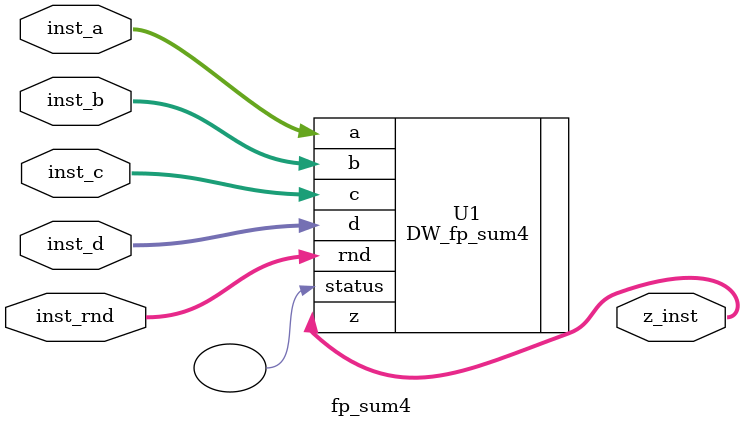
<source format=v>


module SNN(
    // Input Ports
    clk,
    rst_n,
    in_valid,
    Img,
    Kernel,
	Weight,
    Opt,

    // Output Ports
    out_valid,
    out
    );

// IEEE floating point parameter
parameter inst_sig_width = 23;
parameter inst_exp_width = 8;
parameter inst_ieee_compliance = 0;
parameter inst_arch_type = 0;
parameter inst_arch = 0;
parameter inst_faithful_round = 0;

// input and output port
input rst_n, clk, in_valid;
input [inst_sig_width+inst_exp_width:0] Img, Kernel, Weight;
input [1:0] Opt;

output reg	out_valid;
output reg [inst_sig_width+inst_exp_width:0] out;

//==============================================//
//             Parameter and Integer            //
//==============================================//
// state parameter
parameter   IDLE              = 4'd0,
            READ_WEIGHT       = 4'd1,
            CONV              = 4'd2,
            FULL_CONNECTED_1  = 4'd3,
            FULL_CONNECTED_2  = 4'd4,
            NORMALIZATION     = 4'd5,
            NORMALIZATION_END = 4'd6,
            ACTIVATION        = 4'd7,
            L1_NORM           = 4'd8,
            OUT_VALID         = 4'd9;

integer i;
//==============================================//
//                 reg declaration              //
//==============================================//
// state reg
reg [3:0] current_state, next_state;

// 7-bit counter
reg [6:0] counter;

// 3 kernel, each kernel has 3*3 32-bit data
reg [31:0] Kernel_reg[0:26];

// 1 weight, each weight has 2*2 32-bit data
reg [31:0] Weight_reg[0:3];

// 2-bit Opt
// 2’d0 : Sigmoid & {Replication}
// 2’d1 : Sigmoid & {Zero}
// 2’d2 : tanh & {Replication}
// 2’d3 : tanh & {Zero}
// Opt[1] : 0 -> Sigmoid, 1 -> tanh
// Opt[0] : 0 -> Replication, 1 -> Zero
reg [1:0] Opt_reg;

// original image
reg [31:0] ori_img[0:31];

// feature map
reg [31:0] feature_map[0:31];

// full connected
reg [31:0] full_connected_result[0:7];

// normalization
reg [31:0] normalized_result[0:7];

// activation
reg [31:0] activation_result[0:7];

//==============================================//
//             Current State Block              //
//==============================================//
always @(posedge clk or negedge rst_n) begin
    if(!rst_n) current_state <= IDLE;
    else current_state <= next_state;
end

//==============================================//
//              Next State Block                //
//==============================================//
always @(*) begin
    case (current_state)
        IDLE: begin
            if (in_valid) next_state = READ_WEIGHT;
            else next_state = IDLE;
        end
        READ_WEIGHT: begin
            if (counter == 8) next_state = CONV;
            else next_state = READ_WEIGHT;
        end
        CONV: begin
            // after (9 + 1) cycles for reading weight, start convolution
            // 1 cycle for convolution
            if (counter == (95 + 10 + 1)) next_state = FULL_CONNECTED_1;
            else next_state = CONV;
        end
        FULL_CONNECTED_1: begin
            next_state = FULL_CONNECTED_2;
        end
        FULL_CONNECTED_2: begin
            next_state = NORMALIZATION;
        end
        NORMALIZATION: begin
            if(counter == 8) next_state = NORMALIZATION_END;
            else next_state = NORMALIZATION;
        end
        NORMALIZATION_END: begin
            next_state = ACTIVATION;
        end
        ACTIVATION: begin
            if(counter == 8) next_state = L1_NORM;
            else next_state = ACTIVATION;
        end
        L1_NORM: begin
            next_state = OUT_VALID;
        end
        OUT_VALID: begin
            next_state = IDLE;
        end

        default: next_state = IDLE; // illegal state
    endcase
end

//==============================================//
//            Sequential Block                  //
//==============================================//
// counter
always @(posedge clk or negedge rst_n) begin
    if(!rst_n) counter <= 0;
    else if((current_state == IDLE && next_state != READ_WEIGHT) || current_state == FULL_CONNECTED_2
          || next_state == NORMALIZATION_END) counter <= 0;
    else counter <= counter + 1;
end

//================================================//
//                    read data                   //
//================================================//
// directly used invalid signal instead of state machine
// read data - ori_img
always @(posedge clk or negedge rst_n) begin
    if(!rst_n) begin
        for(i = 0; i < 48; i = i + 1) begin
            ori_img[i] <= 0;
        end
    end
    // counter from  0 to 31, 32 32-bit data
    else if (in_valid && counter < 32) ori_img[counter] <= Img;
    // counter from 32 to 63, 32 32-bit data
    else if (in_valid && counter < 64) ori_img[counter - 32] <= Img;
    // counter from 64 to 95, 32 32-bit data
    else if (in_valid) ori_img[counter - 64] <= Img;
end

// read data - Kernel
always @(posedge clk or negedge rst_n) begin
    if(!rst_n) begin
        for(i = 0; i < 27; i = i + 1) begin
            Kernel_reg[i] <= 0;
        end
    end
    // counter from 0 to 26, 3 kernel, each kernel has 3*3 32-bit data
    else if (in_valid && counter < 27) Kernel_reg[counter] <= Kernel;
end

// read data - Weight
always @(posedge clk or negedge rst_n) begin
    if(!rst_n) begin
        Weight_reg[0] <= 0;
        Weight_reg[1] <= 0;
        Weight_reg[2] <= 0;
        Weight_reg[3] <= 0;
    end
    // counter from 0 to 3, 1 weight, each weight has 2*2 32-bit data
    else if (in_valid && counter < 4) Weight_reg[counter] <= Weight;
end

// read data - Opt
always @(posedge clk or negedge rst_n) begin
    if(!rst_n) Opt_reg <= 0;
    // counter == 0, 2-bit Opt
    else if (in_valid && counter == 0) Opt_reg <= Opt;
end


//==============================================//
//             Define 9 multiplier              //
//==============================================//
reg [31:0] mul0_op1, mul0_op2;
wire [31:0] mul0_result;
reg [31:0] mul1_op1, mul1_op2;
wire [31:0] mul1_result;
reg [31:0] mul2_op1, mul2_op2;
wire [31:0] mul2_result;
reg [31:0] mul3_op1, mul3_op2;
wire [31:0] mul3_result;
reg [31:0] mul4_op1, mul4_op2;
wire [31:0] mul4_result;
reg [31:0] mul5_op1, mul5_op2;  
wire [31:0] mul5_result;
reg [31:0] mul6_op1, mul6_op2;
wire [31:0] mul6_result;
reg [31:0] mul7_op1, mul7_op2;
wire [31:0] mul7_result;
reg [31:0] mul8_op1, mul8_op2;
wire [31:0] mul8_result;
fp_mult mult0(.inst_a(mul0_op1), .inst_b(mul0_op2), .inst_rnd(3'b000), .z_inst(mul0_result));
fp_mult mult1(.inst_a(mul1_op1), .inst_b(mul1_op2), .inst_rnd(3'b000), .z_inst(mul1_result));
fp_mult mult2(.inst_a(mul2_op1), .inst_b(mul2_op2), .inst_rnd(3'b000), .z_inst(mul2_result));
fp_mult mult3(.inst_a(mul3_op1), .inst_b(mul3_op2), .inst_rnd(3'b000), .z_inst(mul3_result));
fp_mult mult4(.inst_a(mul4_op1), .inst_b(mul4_op2), .inst_rnd(3'b000), .z_inst(mul4_result));
fp_mult mult5(.inst_a(mul5_op1), .inst_b(mul5_op2), .inst_rnd(3'b000), .z_inst(mul5_result));
fp_mult mult6(.inst_a(mul6_op1), .inst_b(mul6_op2), .inst_rnd(3'b000), .z_inst(mul6_result));
fp_mult mult7(.inst_a(mul7_op1), .inst_b(mul7_op2), .inst_rnd(3'b000), .z_inst(mul7_result));
fp_mult mult8(.inst_a(mul8_op1), .inst_b(mul8_op2), .inst_rnd(3'b000), .z_inst(mul8_result));

//==============================================//
//              Define 5 2-input adder          //
//              Define 2 3-input adder          //
//==============================================//
// reg [31:0] add0_op1, add0_op2;
wire [31:0] add0_result;
// reg [31:0] add1_op1, add1_op2;
wire [31:0] add1_result;
// reg [31:0] add2_op1, add2_op2;
wire [31:0] add2_result;
// reg [31:0] add3_op1, add3_op2;
wire [31:0] add3_result;
// reg [31:0] add4_op1, add4_op2;
wire [31:0] add4_result;
reg [31:0] add5_op1, add5_op2, add5_op3;
wire [31:0] add5_result;
reg [31:0] add6_op1, add6_op2, add6_op3;
wire [31:0] add6_result;
// 4 2-input adder
fp_add  add0(.inst_a(mul0_result), .inst_b(mul1_result), .inst_rnd(3'b000), .z_inst(add0_result));
fp_add  add1(.inst_a(mul2_result), .inst_b(mul3_result), .inst_rnd(3'b000), .z_inst(add1_result));
fp_add  add2(.inst_a(mul4_result), .inst_b(mul5_result), .inst_rnd(3'b000), .z_inst(add2_result));
fp_add  add3(.inst_a(mul6_result), .inst_b(mul7_result), .inst_rnd(3'b000), .z_inst(add3_result));
// 6-input adder
fp_sum3 add4(.inst_a(add5_op1), .inst_b(add5_op2), .inst_c(add5_op3), .inst_rnd(3'b000), .z_inst(add5_result));
fp_sum3 add5(.inst_a(add6_op1), .inst_b(add6_op2), .inst_c(add6_op3), .inst_rnd(3'b000), .z_inst(add6_result));
fp_add  add6(.inst_a(add5_result), .inst_b(add6_result), .inst_rnd(3'b000), .z_inst(add4_result));

//================================================//
//  after reading weight, start convolution       //
//================================================//
wire [6:0] counter_conv;
wire [6:0] counter_conv_delay1;
wire [6:0] counter_conv_delay2;
assign counter_conv = counter - 9;
assign counter_conv_delay1 = counter_conv - 1;
assign counter_conv_delay2 = counter_conv - 2;
wire [4:0] offset;
assign offset = (counter_conv[4])? 16 : 0;

// pooling
wire [31:0] pooling_result[0:7];

// mul_op1
always @(posedge clk) begin
    // row 0
    if(current_state == CONV && counter_conv[3:0] == 0) begin
        mul0_op1 <= (Opt_reg[0])? 0 : ori_img[offset + 0]; mul1_op1 <= (Opt_reg[0])? 0 : ori_img[offset + 0]; mul2_op1 <= (Opt_reg[0])? 0 : ori_img[offset + 1];
        mul3_op1 <= (Opt_reg[0])? 0 : ori_img[offset + 0]; mul4_op1 <=                   ori_img[offset + 0]; mul5_op1 <=                   ori_img[offset + 1];
        mul6_op1 <= (Opt_reg[0])? 0 : ori_img[offset + 4]; mul7_op1 <=                   ori_img[offset + 4]; mul8_op1 <=                   ori_img[offset + 5];
    end else if(current_state == CONV && counter_conv[3:0] == 1) begin
        mul0_op1 <= (Opt_reg[0])? 0 : ori_img[offset + 0]; mul1_op1 <= (Opt_reg[0])? 0 : ori_img[offset + 1]; mul2_op1 <= (Opt_reg[0])? 0 : ori_img[offset + 2];
        mul3_op1 <=                   ori_img[offset + 0]; mul4_op1 <=                   ori_img[offset + 1]; mul5_op1 <=                   ori_img[offset + 2];
        mul6_op1 <=                   ori_img[offset + 4]; mul7_op1 <=                   ori_img[offset + 5]; mul8_op1 <=                   ori_img[offset + 6];
    end else if(current_state == CONV && counter_conv[3:0] == 2) begin
        mul0_op1 <= (Opt_reg[0])? 0 : ori_img[offset + 1]; mul1_op1 <= (Opt_reg[0])? 0 : ori_img[offset + 2]; mul2_op1 <= (Opt_reg[0])? 0 : ori_img[offset + 3];
        mul3_op1 <=                   ori_img[offset + 1]; mul4_op1 <=                   ori_img[offset + 2]; mul5_op1 <=                   ori_img[offset + 3];
        mul6_op1 <=                   ori_img[offset + 5]; mul7_op1 <=                   ori_img[offset + 6]; mul8_op1 <=                   ori_img[offset + 7];
    end else if(current_state == CONV && counter_conv[3:0] == 3) begin
        mul0_op1 <= (Opt_reg[0])? 0 : ori_img[offset + 2]; mul1_op1 <= (Opt_reg[0])? 0 : ori_img[offset + 3]; mul2_op1 <= (Opt_reg[0])? 0 : ori_img[offset + 3];
        mul3_op1 <=                   ori_img[offset + 2]; mul4_op1 <=                   ori_img[offset + 3]; mul5_op1 <= (Opt_reg[0])? 0 : ori_img[offset + 3];
        mul6_op1 <=                   ori_img[offset + 6]; mul7_op1 <=                   ori_img[offset + 7]; mul8_op1 <= (Opt_reg[0])? 0 : ori_img[offset + 7];
    
    // row 1
    end else if(current_state == CONV && counter_conv[3:0] == 4) begin
        mul0_op1 <= (Opt_reg[0])? 0 : ori_img[offset + 0]; mul1_op1 <=               ori_img[offset + 0]; mul2_op1 <=                   ori_img[offset + 1];
        mul3_op1 <= (Opt_reg[0])? 0 : ori_img[offset + 4]; mul4_op1 <=               ori_img[offset + 4]; mul5_op1 <=                   ori_img[offset + 5];
        mul6_op1 <= (Opt_reg[0])? 0 : ori_img[offset + 8]; mul7_op1 <=               ori_img[offset + 8]; mul8_op1 <=                   ori_img[offset + 9];
    end else if(current_state == CONV && counter_conv[3:0] == 5) begin
        mul0_op1 <=                   ori_img[offset + 0]; mul1_op1 <=               ori_img[offset + 1]; mul2_op1 <=                   ori_img[offset + 2];
        mul3_op1 <=                   ori_img[offset + 4]; mul4_op1 <=               ori_img[offset + 5]; mul5_op1 <=                   ori_img[offset + 6];
        mul6_op1 <=                   ori_img[offset + 8]; mul7_op1 <=               ori_img[offset + 9]; mul8_op1 <=                   ori_img[offset +10];
    end else if(current_state == CONV && counter_conv[3:0] == 6) begin
        mul0_op1 <=                   ori_img[offset + 1]; mul1_op1 <=               ori_img[offset + 2]; mul2_op1 <=                   ori_img[offset + 3];
        mul3_op1 <=                   ori_img[offset + 5]; mul4_op1 <=               ori_img[offset + 6]; mul5_op1 <=                   ori_img[offset + 7];
        mul6_op1 <=                   ori_img[offset + 9]; mul7_op1 <=               ori_img[offset +10]; mul8_op1 <=                   ori_img[offset +11];
    end else if(current_state == CONV && counter_conv[3:0] == 7) begin
        mul0_op1 <=                   ori_img[offset + 2]; mul1_op1 <=               ori_img[offset + 3]; mul2_op1 <= (Opt_reg[0])? 0 : ori_img[offset + 3];
        mul3_op1 <=                   ori_img[offset + 6]; mul4_op1 <=               ori_img[offset + 7]; mul5_op1 <= (Opt_reg[0])? 0 : ori_img[offset + 7];
        mul6_op1 <=                   ori_img[offset +10]; mul7_op1 <=               ori_img[offset +11]; mul8_op1 <= (Opt_reg[0])? 0 : ori_img[offset +11];
    
    // row 2
    end else if(current_state == CONV && counter_conv[3:0] == 8) begin
        mul0_op1 <= (Opt_reg[0])? 0 : ori_img[offset + 4]; mul1_op1 <=               ori_img[offset + 4]; mul2_op1 <=                   ori_img[offset + 5];
        mul3_op1 <= (Opt_reg[0])? 0 : ori_img[offset + 8]; mul4_op1 <=               ori_img[offset + 8]; mul5_op1 <=                   ori_img[offset + 9];
        mul6_op1 <= (Opt_reg[0])? 0 : ori_img[offset +12]; mul7_op1 <=               ori_img[offset +12]; mul8_op1 <=                   ori_img[offset +13];
    end else if(current_state == CONV && counter_conv[3:0] == 9) begin
        mul0_op1 <=                   ori_img[offset + 4]; mul1_op1 <=               ori_img[offset + 5]; mul2_op1 <=                   ori_img[offset + 6];
        mul3_op1 <=                   ori_img[offset + 8]; mul4_op1 <=               ori_img[offset + 9]; mul5_op1 <=                   ori_img[offset +10];
        mul6_op1 <=                   ori_img[offset +12]; mul7_op1 <=               ori_img[offset +13]; mul8_op1 <=                   ori_img[offset +14];
    end else if(current_state == CONV && counter_conv[3:0] == 10) begin
        mul0_op1 <=                   ori_img[offset + 5]; mul1_op1 <=               ori_img[offset + 6]; mul2_op1 <=                   ori_img[offset + 7];
        mul3_op1 <=                   ori_img[offset + 9]; mul4_op1 <=               ori_img[offset +10]; mul5_op1 <=                   ori_img[offset +11];
        mul6_op1 <=                   ori_img[offset +13]; mul7_op1 <=               ori_img[offset +14]; mul8_op1 <=                   ori_img[offset +15];
    end else if(current_state == CONV && counter_conv[3:0] == 11) begin
        mul0_op1 <=                   ori_img[offset + 6]; mul1_op1 <=               ori_img[offset + 7]; mul2_op1 <= (Opt_reg[0])? 0 : ori_img[offset + 7];
        mul3_op1 <=                   ori_img[offset +10]; mul4_op1 <=               ori_img[offset +11]; mul5_op1 <= (Opt_reg[0])? 0 : ori_img[offset +11];
        mul6_op1 <=                   ori_img[offset +14]; mul7_op1 <=               ori_img[offset +15]; mul8_op1 <= (Opt_reg[0])? 0 : ori_img[offset +15];

    // row 3
    end else if(current_state == CONV && counter_conv[3:0] == 12) begin
        mul0_op1 <= (Opt_reg[0])? 0 : ori_img[offset + 8]; mul1_op1 <=                   ori_img[offset + 8]; mul2_op1 <=                   ori_img[offset + 9];
        mul3_op1 <= (Opt_reg[0])? 0 : ori_img[offset +12]; mul4_op1 <=                   ori_img[offset +12]; mul5_op1 <=                   ori_img[offset +13];
        mul6_op1 <= (Opt_reg[0])? 0 : ori_img[offset +12]; mul7_op1 <= (Opt_reg[0])? 0 : ori_img[offset +12]; mul8_op1 <= (Opt_reg[0])? 0 : ori_img[offset +13];
    end else if(current_state == CONV && counter_conv[3:0] == 13) begin
        mul0_op1 <=                   ori_img[offset + 8]; mul1_op1 <=                   ori_img[offset + 9]; mul2_op1 <=                   ori_img[offset +10];
        mul3_op1 <=                   ori_img[offset +12]; mul4_op1 <=                   ori_img[offset +13]; mul5_op1 <=                   ori_img[offset +14];
        mul6_op1 <= (Opt_reg[0])? 0 : ori_img[offset +12]; mul7_op1 <= (Opt_reg[0])? 0 : ori_img[offset +13]; mul8_op1 <= (Opt_reg[0])? 0 : ori_img[offset +14];
    end else if(current_state == CONV && counter_conv[3:0] == 14) begin
        mul0_op1 <=                   ori_img[offset + 9]; mul1_op1 <=                   ori_img[offset +10]; mul2_op1 <=                   ori_img[offset +11];
        mul3_op1 <=                   ori_img[offset +13]; mul4_op1 <=                   ori_img[offset +14]; mul5_op1 <=                   ori_img[offset +15];
        mul6_op1 <= (Opt_reg[0])? 0 : ori_img[offset +13]; mul7_op1 <= (Opt_reg[0])? 0 : ori_img[offset +14]; mul8_op1 <= (Opt_reg[0])? 0 : ori_img[offset +15];
    end else if(current_state == CONV && counter_conv[3:0] == 15) begin
        mul0_op1 <=                   ori_img[offset +10]; mul1_op1 <=                   ori_img[offset +11]; mul2_op1 <= (Opt_reg[0])? 0 : ori_img[offset +11];
        mul3_op1 <=                   ori_img[offset +14]; mul4_op1 <=                   ori_img[offset +15]; mul5_op1 <= (Opt_reg[0])? 0 : ori_img[offset +15];
        mul6_op1 <= (Opt_reg[0])? 0 : ori_img[offset +14]; mul7_op1 <= (Opt_reg[0])? 0 : ori_img[offset +15]; mul8_op1 <= (Opt_reg[0])? 0 : ori_img[offset +15];
    end else if(current_state == FULL_CONNECTED_1) begin
        mul0_op1 <= pooling_result[0]; mul1_op1 <= pooling_result[1];
        mul2_op1 <= pooling_result[0]; mul3_op1 <= pooling_result[1];
        mul4_op1 <= pooling_result[2]; mul5_op1 <= pooling_result[3];
        mul6_op1 <= pooling_result[2]; mul7_op1 <= pooling_result[3];
        mul8_op1 <= 0;
    end else if(current_state == FULL_CONNECTED_2) begin
        mul0_op1 <= pooling_result[4 + 0]; mul1_op1 <= pooling_result[4 + 1];
        mul2_op1 <= pooling_result[4 + 0]; mul3_op1 <= pooling_result[4 + 1];
        mul4_op1 <= pooling_result[4 + 2]; mul5_op1 <= pooling_result[4 + 3];
        mul6_op1 <= pooling_result[4 + 2]; mul7_op1 <= pooling_result[4 + 3];
        mul8_op1 <= 0;
    end
end

// mul_op2
reg [4:0] offset_k;
always @(*) begin
    if(counter_conv[6:4] == 3'd0 || counter_conv[6:4] == 3'd3) offset_k = 0;
    else if(counter_conv[6:4] == 3'd1 || counter_conv[6:4] == 3'd4) offset_k = 9;
    else if(counter_conv[6:4] == 3'd2 || counter_conv[6:4] == 3'd5) offset_k = 18;
    else offset_k = 0;
end

always @(posedge clk) begin
    if(current_state == CONV) begin
        mul0_op2 <= Kernel_reg[offset_k + 0];
        mul1_op2 <= Kernel_reg[offset_k + 1];
        mul2_op2 <= Kernel_reg[offset_k + 2];
        mul3_op2 <= Kernel_reg[offset_k + 3];
        mul4_op2 <= Kernel_reg[offset_k + 4];
        mul5_op2 <= Kernel_reg[offset_k + 5];
        mul6_op2 <= Kernel_reg[offset_k + 6];
        mul7_op2 <= Kernel_reg[offset_k + 7];
        mul8_op2 <= Kernel_reg[offset_k + 8];
    end if(current_state == FULL_CONNECTED_1 || current_state == FULL_CONNECTED_2) begin
        mul0_op2 <= Weight_reg[0];
        mul1_op2 <= Weight_reg[2];
        mul2_op2 <= Weight_reg[1];
        mul3_op2 <= Weight_reg[3];
        mul4_op2 <= Weight_reg[0];
        mul5_op2 <= Weight_reg[2];
        mul6_op2 <= Weight_reg[1];
        mul7_op2 <= Weight_reg[3];
        mul8_op2 <= 0;
    end
end

// mul_result
always @(posedge clk) begin
    if(current_state == CONV) begin
        add5_op1 <= add0_result;
        add5_op2 <= add1_result;
        add5_op3 <= add2_result;
        add6_op1 <= add3_result;
        add6_op2 <= mul8_result; // no add
    end
end



// 1 of 6-input
reg [4:0] offset_adder_delay1;
always @(*) begin
    // first 3 image, offset_adder_delay1 =  0
    // last  3 image, offset_adder_delay1 = 16
    if(counter_conv_delay1[6:4] < 3'd3) offset_adder_delay1 = 0;
    else offset_adder_delay1 = 16;
end

always @(posedge clk) begin
    if(current_state == CONV) begin
        add6_op3 <= feature_map[counter_conv_delay1[3:0] + offset_adder_delay1];
    end
end

// add_result
reg [4:0] offset_adder_delay2;
always @(*) begin
    // first 3 image, offset_adder_delay2 =  0
    // last  3 image, offset_adder_delay2 = 16
    if(counter_conv_delay2[6:4] < 3'd3) offset_adder_delay2 = 0;
    else offset_adder_delay2 = 16;
end

always @(posedge clk or negedge rst_n) begin
    if(!rst_n) begin
        for(i = 0; i < 32; i = i + 1) begin
            feature_map[i] <= 0;
        end
    // counter_conv = 0 or 1, do nothing
    end else if(current_state == CONV && counter_conv > 1) begin
        feature_map[counter_conv_delay2[3:0] + offset_adder_delay2] <= add4_result;
    end else if(current_state == OUT_VALID) begin
        for(i = 0; i < 32; i = i + 1) begin
            feature_map[i] <= 0;
        end
    end
end

//================================================//
//       after convolution, start pooling         //
//================================================//
// When zctr is 1, z0 = Max(a,b)
wire [31:0] max_temp[0:15];

// temp max of frist feature map
fp_cmp  cmp0(.inst_a(feature_map[ 0]), .inst_b(feature_map[ 1]), .inst_zctr(1'b1), .aeqb_inst(), .altb_inst(), .agtb_inst(), .unordered_inst(), .z0_inst(max_temp[ 0]), .z1_inst());
fp_cmp  cmp1(.inst_a(feature_map[ 2]), .inst_b(feature_map[ 3]), .inst_zctr(1'b1), .aeqb_inst(), .altb_inst(), .agtb_inst(), .unordered_inst(), .z0_inst(max_temp[ 1]), .z1_inst());
fp_cmp  cmp2(.inst_a(feature_map[ 4]), .inst_b(feature_map[ 5]), .inst_zctr(1'b1), .aeqb_inst(), .altb_inst(), .agtb_inst(), .unordered_inst(), .z0_inst(max_temp[ 2]), .z1_inst());
fp_cmp  cmp3(.inst_a(feature_map[ 6]), .inst_b(feature_map[ 7]), .inst_zctr(1'b1), .aeqb_inst(), .altb_inst(), .agtb_inst(), .unordered_inst(), .z0_inst(max_temp[ 3]), .z1_inst());
fp_cmp  cmp4(.inst_a(feature_map[ 8]), .inst_b(feature_map[ 9]), .inst_zctr(1'b1), .aeqb_inst(), .altb_inst(), .agtb_inst(), .unordered_inst(), .z0_inst(max_temp[ 4]), .z1_inst());
fp_cmp  cmp5(.inst_a(feature_map[10]), .inst_b(feature_map[11]), .inst_zctr(1'b1), .aeqb_inst(), .altb_inst(), .agtb_inst(), .unordered_inst(), .z0_inst(max_temp[ 5]), .z1_inst());
fp_cmp  cmp6(.inst_a(feature_map[12]), .inst_b(feature_map[13]), .inst_zctr(1'b1), .aeqb_inst(), .altb_inst(), .agtb_inst(), .unordered_inst(), .z0_inst(max_temp[ 6]), .z1_inst());
fp_cmp  cmp7(.inst_a(feature_map[14]), .inst_b(feature_map[15]), .inst_zctr(1'b1), .aeqb_inst(), .altb_inst(), .agtb_inst(), .unordered_inst(), .z0_inst(max_temp[ 7]), .z1_inst());
// temp max of second feature map
fp_cmp  cmp8(.inst_a(feature_map[16]), .inst_b(feature_map[17]), .inst_zctr(1'b1), .aeqb_inst(), .altb_inst(), .agtb_inst(), .unordered_inst(), .z0_inst(max_temp[ 8]), .z1_inst());
fp_cmp  cmp9(.inst_a(feature_map[18]), .inst_b(feature_map[19]), .inst_zctr(1'b1), .aeqb_inst(), .altb_inst(), .agtb_inst(), .unordered_inst(), .z0_inst(max_temp[ 9]), .z1_inst());
fp_cmp cmp10(.inst_a(feature_map[20]), .inst_b(feature_map[21]), .inst_zctr(1'b1), .aeqb_inst(), .altb_inst(), .agtb_inst(), .unordered_inst(), .z0_inst(max_temp[10]), .z1_inst());
fp_cmp cmp11(.inst_a(feature_map[22]), .inst_b(feature_map[23]), .inst_zctr(1'b1), .aeqb_inst(), .altb_inst(), .agtb_inst(), .unordered_inst(), .z0_inst(max_temp[11]), .z1_inst());
fp_cmp cmp12(.inst_a(feature_map[24]), .inst_b(feature_map[25]), .inst_zctr(1'b1), .aeqb_inst(), .altb_inst(), .agtb_inst(), .unordered_inst(), .z0_inst(max_temp[12]), .z1_inst());
fp_cmp cmp13(.inst_a(feature_map[26]), .inst_b(feature_map[27]), .inst_zctr(1'b1), .aeqb_inst(), .altb_inst(), .agtb_inst(), .unordered_inst(), .z0_inst(max_temp[13]), .z1_inst());
fp_cmp cmp14(.inst_a(feature_map[28]), .inst_b(feature_map[29]), .inst_zctr(1'b1), .aeqb_inst(), .altb_inst(), .agtb_inst(), .unordered_inst(), .z0_inst(max_temp[14]), .z1_inst());
fp_cmp cmp15(.inst_a(feature_map[30]), .inst_b(feature_map[31]), .inst_zctr(1'b1), .aeqb_inst(), .altb_inst(), .agtb_inst(), .unordered_inst(), .z0_inst(max_temp[15]), .z1_inst());
// pooling result of first feature map
fp_cmp cmp16(.inst_a(max_temp[ 0]), .inst_b(max_temp[ 2]), .inst_zctr(1'b1), .aeqb_inst(), .altb_inst(), .agtb_inst(), .unordered_inst(), .z0_inst(pooling_result[0]), .z1_inst());
fp_cmp cmp17(.inst_a(max_temp[ 1]), .inst_b(max_temp[ 3]), .inst_zctr(1'b1), .aeqb_inst(), .altb_inst(), .agtb_inst(), .unordered_inst(), .z0_inst(pooling_result[1]), .z1_inst());
fp_cmp cmp18(.inst_a(max_temp[ 4]), .inst_b(max_temp[ 6]), .inst_zctr(1'b1), .aeqb_inst(), .altb_inst(), .agtb_inst(), .unordered_inst(), .z0_inst(pooling_result[2]), .z1_inst());
fp_cmp cmp19(.inst_a(max_temp[ 5]), .inst_b(max_temp[ 7]), .inst_zctr(1'b1), .aeqb_inst(), .altb_inst(), .agtb_inst(), .unordered_inst(), .z0_inst(pooling_result[3]), .z1_inst());
// pooling result of second feature map
fp_cmp cmp20(.inst_a(max_temp[ 8]), .inst_b(max_temp[10]), .inst_zctr(1'b1), .aeqb_inst(), .altb_inst(), .agtb_inst(), .unordered_inst(), .z0_inst(pooling_result[4]), .z1_inst());
fp_cmp cmp21(.inst_a(max_temp[ 9]), .inst_b(max_temp[11]), .inst_zctr(1'b1), .aeqb_inst(), .altb_inst(), .agtb_inst(), .unordered_inst(), .z0_inst(pooling_result[5]), .z1_inst());
fp_cmp cmp22(.inst_a(max_temp[12]), .inst_b(max_temp[14]), .inst_zctr(1'b1), .aeqb_inst(), .altb_inst(), .agtb_inst(), .unordered_inst(), .z0_inst(pooling_result[6]), .z1_inst());
fp_cmp cmp23(.inst_a(max_temp[13]), .inst_b(max_temp[15]), .inst_zctr(1'b1), .aeqb_inst(), .altb_inst(), .agtb_inst(), .unordered_inst(), .z0_inst(pooling_result[7]), .z1_inst());

//================================================//
//       after pooling, start full connected      //
//================================================//
always @(posedge clk or negedge rst_n) begin
    if(!rst_n) begin
        for(i = 0; i < 8; i = i + 1) begin
            full_connected_result[i] <= 0;
        end
    end
    // delay 1 cycle after FULL_CONNECTED_1
    else if(current_state == FULL_CONNECTED_2) begin
        full_connected_result[0] <= add0_result;
        full_connected_result[1] <= add1_result;
        full_connected_result[2] <= add2_result;
        full_connected_result[3] <= add3_result;
    // delay 1 cycle after FULL_CONNECTED_2
    end else if(current_state == NORMALIZATION) begin
        full_connected_result[4] <= add0_result;
        full_connected_result[5] <= add1_result;
        full_connected_result[6] <= add2_result;
        full_connected_result[7] <= add3_result;
    end
end

//================================================//
//       after full connected, start normalizing  //
//================================================//
// determine max and min
wire [31:0] max_normalize[0:3];
wire [31:0] min_normalize[0:3];
wire [31:0] max[0:1], min[0:1];
fp_cmp cmp24(.inst_a(full_connected_result[0]), .inst_b(full_connected_result[1]), .inst_zctr(1'b1), .aeqb_inst(), .altb_inst(), .agtb_inst(), .unordered_inst(), .z0_inst(max_normalize[0]), .z1_inst(min_normalize[0]));
fp_cmp cmp25(.inst_a(full_connected_result[2]), .inst_b(full_connected_result[3]), .inst_zctr(1'b1), .aeqb_inst(), .altb_inst(), .agtb_inst(), .unordered_inst(), .z0_inst(max_normalize[1]), .z1_inst(min_normalize[1]));
fp_cmp cmp26(.inst_a(full_connected_result[4]), .inst_b(full_connected_result[5]), .inst_zctr(1'b1), .aeqb_inst(), .altb_inst(), .agtb_inst(), .unordered_inst(), .z0_inst(max_normalize[2]), .z1_inst(min_normalize[2]));
fp_cmp cmp27(.inst_a(full_connected_result[6]), .inst_b(full_connected_result[7]), .inst_zctr(1'b1), .aeqb_inst(), .altb_inst(), .agtb_inst(), .unordered_inst(), .z0_inst(max_normalize[3]), .z1_inst(min_normalize[3]));

fp_cmp cmp28(.inst_a(max_normalize[0]), .inst_b(max_normalize[1]), .inst_zctr(1'b1), .aeqb_inst(), .altb_inst(), .agtb_inst(), .unordered_inst(), .z0_inst(max[0]), .z1_inst());
fp_cmp cmp29(.inst_a(max_normalize[2]), .inst_b(max_normalize[3]), .inst_zctr(1'b1), .aeqb_inst(), .altb_inst(), .agtb_inst(), .unordered_inst(), .z0_inst(max[1]), .z1_inst());
fp_cmp cmp30(.inst_a(min_normalize[0]), .inst_b(min_normalize[1]), .inst_zctr(1'b1), .aeqb_inst(), .altb_inst(), .agtb_inst(), .unordered_inst(), .z0_inst(), .z1_inst(min[0]));
fp_cmp cmp31(.inst_a(min_normalize[2]), .inst_b(min_normalize[3]), .inst_zctr(1'b1), .aeqb_inst(), .altb_inst(), .agtb_inst(), .unordered_inst(), .z0_inst(), .z1_inst(min[1]));


//==============================================//
//              Define 1 divider                //
//==============================================// 
reg  [31:0] div_op1, div_op2;
wire [31:0] div_result;
fp_div div0(.inst_a(div_op1), .inst_b(div_op2), .inst_rnd(3'b000), .z_inst(div_result));

//==============================================//
//              Define 2 subtractor             //
//==============================================//
reg [31:0] sub4_op1, sub4_op2;
wire [31:0] sub4_result;
reg [31:0] sub5_op1, sub5_op2;
wire [31:0] sub5_result;
fp_sub sub4(.inst_a(sub4_op1), .inst_b(sub4_op2), .inst_rnd(3'b000), .z_inst(sub4_result));
fp_sub sub5(.inst_a(sub5_op1), .inst_b(sub5_op2), .inst_rnd(3'b000), .z_inst(sub5_result));


// after normalization, start activation
// reg [31:0] exp_result_reg;
wire [31:0] exp_input, exp_result;

// sub_op1 = max and sub_op2 = min
always @(*) begin
    if(!rst_n) begin
        sub4_op1 = 0;
        sub4_op2 = 0;
    // first 4 clock cycles
    end else if(current_state == NORMALIZATION && counter < 4) begin
        sub4_op1 = max[0];
        sub4_op2 = min[0];
    // last 4 clock cycles
    end else if(current_state == NORMALIZATION) begin
        sub4_op1 = max[1];
        sub4_op2 = min[1];
    end else if(next_state == ACTIVATION || current_state == ACTIVATION) begin
        sub4_op1 = exp_result;
        // -1 in IEEE 754
        sub4_op2 = 32'b10111111100000000000000000000000;
    end else begin
        sub4_op1 = 0;
        sub4_op2 = 0;
    end
end

// div_op1 = full_connected_result
always @(*) begin
    if(!rst_n) begin
        sub5_op1 = 0;
        sub5_op2 = 0;
    end else if(current_state == NORMALIZATION) begin
        sub5_op1 = full_connected_result[counter];
        sub5_op2 = sub4_op2;
    end else if(next_state == ACTIVATION || current_state == ACTIVATION) begin
        sub5_op1 = exp_result;
        // 1 in IEEE 754
        sub5_op2 = 32'b00111111100000000000000000000000;
    end else begin
        sub5_op1 = 0;
        sub5_op2 = 0;
    end
end

// normalization by dividing (max - min)
// div_op1 = full_connected_result
always @(posedge clk or negedge rst_n) begin
    if(!rst_n) begin
        div_op1 <= 0;
    end else if(current_state == NORMALIZATION) begin
        div_op1 <= sub5_result;
    end else if(next_state == ACTIVATION || current_state == ACTIVATION) begin
        // 1 in IEEE 754
        div_op1 <= (Opt_reg[1])? sub5_result : 32'b00111111100000000000000000000000;
    end
end

always @(posedge clk) begin
    if(!rst_n) div_op2 <= 0;
    else if((next_state == NORMALIZATION || current_state == NORMALIZATION)) begin
        div_op2 <= sub4_result;
    end else if (next_state == ACTIVATION || current_state == ACTIVATION) begin
        div_op2 <= sub4_result;
    end
end

// div_result = normalized_result
always @(posedge clk or negedge rst_n) begin
    if(!rst_n) begin
        for(i = 0; i < 8; i = i + 1) begin
            normalized_result[i] <= 0;
        end
    end else if(current_state == NORMALIZATION) begin
        normalized_result[counter - 1] <= div_result;
    end else if(current_state == ACTIVATION) begin
        activation_result[counter - 1] <= div_result;
    end
end

//================================================//
//       after normalizing, start activation      //
//================================================//

//==============================================//
//              Define 1 exp                    //
//==============================================// 
fp_exp exp0(.inst_a(exp_input), .z_inst(exp_result));

wire [31:0] z_value;
// Opt[1] = 1 : tanh activation
// Opt[1] = 0 : sigmoid activation
assign z_value = normalized_result[counter];
assign exp_input = (Opt_reg[1])?  {z_value[31], (z_value[30:23] + 1'b1), z_value[22:0]} : {~z_value[31], z_value[30:0]}; // 2 * z or -z

//================================================//
//       after activation, start L1 distance      //
//================================================//
// L1_distance = sum of |activation_result of image 0 - activation_result of image 1|
wire [31:0] L1_distance0, L1_distance1, L1_distance2, L1_distance3, L1_distance4, L1_distance;
reg [31:0] sub0_op1, sub0_op2, sub1_op1, sub1_op2, sub2_op1, sub2_op2, sub3_op1, sub3_op2;

fp_sub sub0(.inst_a(sub0_op1), .inst_b(sub0_op2), .inst_rnd(3'b000), .z_inst(L1_distance0));
fp_sub sub1(.inst_a(sub1_op1), .inst_b(sub1_op2), .inst_rnd(3'b000), .z_inst(L1_distance1));
fp_sub sub2(.inst_a(sub2_op1), .inst_b(sub2_op2), .inst_rnd(3'b000), .z_inst(L1_distance2));
fp_sub sub3(.inst_a(sub3_op1), .inst_b(sub3_op2), .inst_rnd(3'b000), .z_inst(L1_distance3));
fp_sum4 sum0(.inst_a({1'b0, L1_distance0[30:0]}), .inst_b({1'b0, L1_distance1[30:0]}), .inst_c({1'b0, L1_distance2[30:0]}), .inst_d({1'b0, L1_distance3[30:0]}), .inst_rnd(3'b000), .z_inst(L1_distance));

always @(posedge clk or negedge rst_n) begin
    if(!rst_n) begin
        sub0_op1 <= 0;
        sub0_op2 <= 0;
        sub1_op1 <= 0;
        sub1_op2 <= 0;
        sub2_op1 <= 0;
        sub2_op2 <= 0;
        sub3_op1 <= 0;
        sub3_op2 <= 0;
    end else if(current_state == L1_NORM) begin
        sub0_op1 <= activation_result[0];
        sub0_op2 <= activation_result[4];
        sub1_op1 <= activation_result[1];
        sub1_op2 <= activation_result[5];
        sub2_op1 <= activation_result[2];
        sub2_op2 <= activation_result[6];
        sub3_op1 <= activation_result[3];
        sub3_op2 <= activation_result[7];
    end
end

//================================================//
//              Output L1 distance                //
//================================================//
always @(posedge clk or negedge rst_n) begin
    if(!rst_n) begin
        out_valid <= 0;
        out <= 0;
    end else if(current_state == OUT_VALID) begin
        out_valid <= 1;
        out <= L1_distance;
    end else begin
        out_valid <= 0;
        out <= 0;
    end
end

endmodule

//==============================================//
//                 DesignWare IP                //
//==============================================//
// multiplication of floating point
module fp_mult( inst_a, inst_b, inst_rnd, z_inst);

parameter sig_width = 23;
parameter exp_width = 8;
parameter ieee_compliance = 1;
parameter en_ubr_flag = 0;

input [sig_width+exp_width : 0] inst_a;
input [sig_width+exp_width : 0] inst_b;
input [2 : 0] inst_rnd;
output [sig_width+exp_width : 0] z_inst;
// output [7 : 0] status_inst;

    // Instance of DW_fp_mult
    DW_fp_mult #(sig_width, exp_width, ieee_compliance, en_ubr_flag)
	  U1 ( .a(inst_a), .b(inst_b), .rnd(inst_rnd), .z(z_inst), .status() );

endmodule




// 2-input adder of floating point
module fp_add(inst_a, inst_b, inst_rnd, z_inst);

parameter sig_width = 23;
parameter exp_width = 8;
parameter ieee_compliance = 0;


input [sig_width+exp_width : 0] inst_a;
input [sig_width+exp_width : 0] inst_b;
input [2 : 0] inst_rnd;
output [sig_width+exp_width : 0] z_inst;
// output [7 : 0] status_inst;

    // Instance of DW_fp_add
    DW_fp_add #(sig_width, exp_width, ieee_compliance)
	  U1 ( .a(inst_a), .b(inst_b), .rnd(inst_rnd), .z(z_inst), .status() );

endmodule


// 3-input adder of floating point
module fp_sum3( inst_a, inst_b, inst_c, inst_rnd, z_inst);

parameter inst_sig_width = 23;
parameter inst_exp_width = 8;
parameter inst_ieee_compliance = 0;
parameter inst_arch_type = 0;


input [inst_sig_width+inst_exp_width : 0] inst_a;
input [inst_sig_width+inst_exp_width : 0] inst_b;
input [inst_sig_width+inst_exp_width : 0] inst_c;
input [2 : 0] inst_rnd;
output [inst_sig_width+inst_exp_width : 0] z_inst;
// output [7 : 0] status_inst;

    // Instance of DW_fp_sum3
    DW_fp_sum3 #(inst_sig_width, inst_exp_width, inst_ieee_compliance, inst_arch_type) U1 (
			.a(inst_a),
			.b(inst_b),
			.c(inst_c),
			.rnd(inst_rnd),
			.z(z_inst),
			.status());

endmodule


// comparation of floating point
module fp_cmp( inst_a, inst_b, inst_zctr, aeqb_inst, altb_inst, 
		agtb_inst, unordered_inst, z0_inst, z1_inst);

parameter sig_width = 23;
parameter exp_width = 8;
parameter ieee_compliance = 0;


input [sig_width+exp_width : 0] inst_a;
input [sig_width+exp_width : 0] inst_b;
input inst_zctr;
output aeqb_inst;
output altb_inst;
output agtb_inst;
output unordered_inst;
output [sig_width+exp_width : 0] z0_inst;
output [sig_width+exp_width : 0] z1_inst;
// output [7 : 0] status0_inst;
// output [7 : 0] status1_inst;

    // Instance of DW_fp_cmp
    DW_fp_cmp #(sig_width, exp_width, ieee_compliance)
	  U1 ( .a(inst_a), .b(inst_b), .zctr(inst_zctr), .aeqb(aeqb_inst), 
		.altb(altb_inst), .agtb(agtb_inst), .unordered(unordered_inst), 
		.z0(z0_inst), .z1(z1_inst), .status0(), 
		.status1() );

endmodule

// division of floating point
module fp_div( inst_a, inst_b, inst_rnd, z_inst);

parameter sig_width = 23;
parameter exp_width = 8;
parameter ieee_compliance = 0;
parameter faithful_round = 0;
parameter en_ubr_flag = 0;


input [sig_width+exp_width : 0] inst_a;
input [sig_width+exp_width : 0] inst_b;
input [2 : 0] inst_rnd;
output [sig_width+exp_width : 0] z_inst;
// output [7 : 0] status_inst;

  // Instance of DW_fp_div
DW_fp_div #(sig_width, exp_width, ieee_compliance, faithful_round, en_ubr_flag) U1 
( .a(inst_a), .b(inst_b), .rnd(inst_rnd), .z(z_inst), .status());

endmodule


// exponent of floating point
module fp_exp( inst_a, z_inst);

// parameter inst_sig_width = 10;
parameter inst_sig_width = 23;
// parameter inst_exp_width = 5;
parameter inst_exp_width = 8;
parameter inst_ieee_compliance = 0;
parameter inst_arch = 2;


input [inst_sig_width+inst_exp_width : 0] inst_a;
output [inst_sig_width+inst_exp_width : 0] z_inst;
// output [7 : 0] status_inst;

    // Instance of DW_fp_exp
    DW_fp_exp #(inst_sig_width, inst_exp_width, inst_ieee_compliance, inst_arch) U1 (
			.a(inst_a),
			.z(z_inst),
			.status() );

endmodule

// subtraction of floating point
module fp_sub(inst_a, inst_b, inst_rnd, z_inst);

parameter sig_width = 23;
parameter exp_width = 8;
parameter ieee_compliance = 0;


input [sig_width+exp_width : 0] inst_a;
input [sig_width+exp_width : 0] inst_b;
input [2 : 0] inst_rnd;
output [sig_width+exp_width : 0] z_inst;
// output [7 : 0] status_inst;

    // Instance of DW_fp_sub
    DW_fp_sub #(sig_width, exp_width, ieee_compliance)
	  U1 ( .a(inst_a), .b(inst_b), .rnd(inst_rnd), .z(z_inst), .status() );

endmodule

// 4-input sum of floating point
module fp_sum4( inst_a, inst_b, inst_c, inst_d, inst_rnd, 
		z_inst);

parameter inst_sig_width = 23;
parameter inst_exp_width = 8;
parameter inst_ieee_compliance = 0;
parameter inst_arch_type = 0;


input [inst_sig_width+inst_exp_width : 0] inst_a;
input [inst_sig_width+inst_exp_width : 0] inst_b;
input [inst_sig_width+inst_exp_width : 0] inst_c;
input [inst_sig_width+inst_exp_width : 0] inst_d;
input [2 : 0] inst_rnd;
output [inst_sig_width+inst_exp_width : 0] z_inst;
// output [7 : 0] status_inst;

    // Instance of DW_fp_sum4
    DW_fp_sum4 #(inst_sig_width, inst_exp_width, inst_ieee_compliance, inst_arch_type) U1 (
			.a(inst_a),
			.b(inst_b),
			.c(inst_c),
			.d(inst_d),
			.rnd(inst_rnd),
			.z(z_inst),
			.status() );

endmodule
</source>
